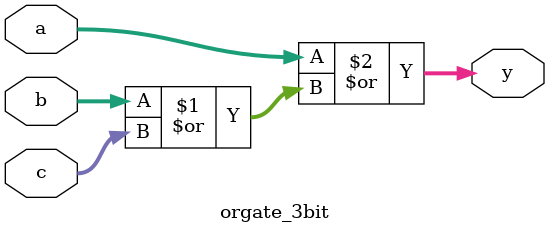
<source format=sv>
module orgate_3bit( 
  input logic [2:0] a,
  input logic [2:0] b,
  input logic [2:0] c,
  output logic [2:0] y
);
  
  assign y = a | ( b | c);
  
endmodule


</source>
